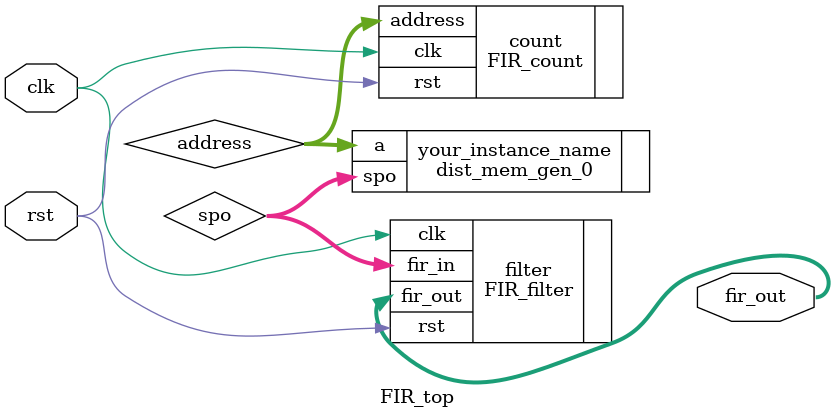
<source format=v>
`timescale 1ns / 1ps
module FIR_top(
		input clk,
		input rst,
		output [7:0]fir_out//ÂË²¨Æ÷Êä³ö
		);
		wire [7:0]spo;
		wire [8:0]address;
		dist_mem_gen_0 your_instance_name (
			.a(address),
			.spo(spo)
		);
		FIR_count count(
			.clk(clk),
			.rst(rst),
			.address(address)
		);
		FIR_filter filter(
			.clk(clk),
			.rst(rst),
			.fir_in(spo),
			.fir_out(fir_out)
		);
endmodule

</source>
